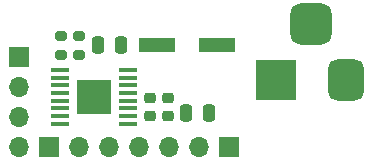
<source format=gts>
%TF.GenerationSoftware,KiCad,Pcbnew,(6.0.5-0)*%
%TF.CreationDate,2023-01-17T15:21:49+09:00*%
%TF.ProjectId,stepper,73746570-7065-4722-9e6b-696361645f70,rev?*%
%TF.SameCoordinates,Original*%
%TF.FileFunction,Soldermask,Top*%
%TF.FilePolarity,Negative*%
%FSLAX46Y46*%
G04 Gerber Fmt 4.6, Leading zero omitted, Abs format (unit mm)*
G04 Created by KiCad (PCBNEW (6.0.5-0)) date 2023-01-17 15:21:49*
%MOMM*%
%LPD*%
G01*
G04 APERTURE LIST*
G04 Aperture macros list*
%AMRoundRect*
0 Rectangle with rounded corners*
0 $1 Rounding radius*
0 $2 $3 $4 $5 $6 $7 $8 $9 X,Y pos of 4 corners*
0 Add a 4 corners polygon primitive as box body*
4,1,4,$2,$3,$4,$5,$6,$7,$8,$9,$2,$3,0*
0 Add four circle primitives for the rounded corners*
1,1,$1+$1,$2,$3*
1,1,$1+$1,$4,$5*
1,1,$1+$1,$6,$7*
1,1,$1+$1,$8,$9*
0 Add four rect primitives between the rounded corners*
20,1,$1+$1,$2,$3,$4,$5,0*
20,1,$1+$1,$4,$5,$6,$7,0*
20,1,$1+$1,$6,$7,$8,$9,0*
20,1,$1+$1,$8,$9,$2,$3,0*%
G04 Aperture macros list end*
%ADD10RoundRect,0.100000X-0.675000X-0.100000X0.675000X-0.100000X0.675000X0.100000X-0.675000X0.100000X0*%
%ADD11R,3.000000X3.000000*%
%ADD12R,1.700000X1.700000*%
%ADD13O,1.700000X1.700000*%
%ADD14RoundRect,0.250000X0.250000X0.475000X-0.250000X0.475000X-0.250000X-0.475000X0.250000X-0.475000X0*%
%ADD15RoundRect,0.200000X0.275000X-0.200000X0.275000X0.200000X-0.275000X0.200000X-0.275000X-0.200000X0*%
%ADD16R,3.500000X3.500000*%
%ADD17RoundRect,0.750000X0.750000X1.000000X-0.750000X1.000000X-0.750000X-1.000000X0.750000X-1.000000X0*%
%ADD18RoundRect,0.875000X0.875000X0.875000X-0.875000X0.875000X-0.875000X-0.875000X0.875000X-0.875000X0*%
%ADD19RoundRect,0.225000X0.250000X-0.225000X0.250000X0.225000X-0.250000X0.225000X-0.250000X-0.225000X0*%
%ADD20RoundRect,0.225000X-0.250000X0.225000X-0.250000X-0.225000X0.250000X-0.225000X0.250000X0.225000X0*%
%ADD21RoundRect,0.250000X-0.250000X-0.475000X0.250000X-0.475000X0.250000X0.475000X-0.250000X0.475000X0*%
%ADD22R,3.098800X1.219200*%
G04 APERTURE END LIST*
D10*
%TO.C,U1*%
X146755000Y-98115000D03*
X146755000Y-98765000D03*
X146755000Y-99415000D03*
X146755000Y-100065000D03*
X146755000Y-100715000D03*
X146755000Y-101365000D03*
X146755000Y-102015000D03*
X146755000Y-102665000D03*
X152505000Y-102665000D03*
X152505000Y-102015000D03*
X152505000Y-101365000D03*
X152505000Y-100715000D03*
X152505000Y-100065000D03*
X152505000Y-99415000D03*
X152505000Y-98765000D03*
X152505000Y-98115000D03*
D11*
X149630000Y-100390000D03*
%TD*%
D12*
%TO.C,J2*%
X145812000Y-104648000D03*
D13*
X148352000Y-104648000D03*
X150892000Y-104648000D03*
X153432000Y-104648000D03*
X155972000Y-104648000D03*
%TD*%
D12*
%TO.C,J3*%
X161052000Y-104648000D03*
D13*
X158512000Y-104648000D03*
%TD*%
D12*
%TO.C,J1*%
X143272000Y-97028000D03*
D13*
X143272000Y-99568000D03*
X143272000Y-102108000D03*
X143272000Y-104648000D03*
%TD*%
D14*
%TO.C,C4*%
X159349988Y-101740000D03*
X157449988Y-101740000D03*
%TD*%
D15*
%TO.C,RSENB1*%
X148400008Y-96855009D03*
X148400008Y-95205009D03*
%TD*%
D16*
%TO.C,J4*%
X165000000Y-98957500D03*
D17*
X171000000Y-98957500D03*
D18*
X168000000Y-94257500D03*
%TD*%
D19*
%TO.C,C2*%
X154340001Y-102015006D03*
X154340001Y-100465006D03*
%TD*%
D20*
%TO.C,C5*%
X155890011Y-100465006D03*
X155890011Y-102015006D03*
%TD*%
D21*
%TO.C,C1*%
X149980000Y-96030009D03*
X151880000Y-96030009D03*
%TD*%
D15*
%TO.C,RSENA1*%
X146860006Y-96855009D03*
X146860006Y-95205009D03*
%TD*%
D22*
%TO.C,C3*%
X160042700Y-96010000D03*
X154937300Y-96010000D03*
%TD*%
M02*

</source>
